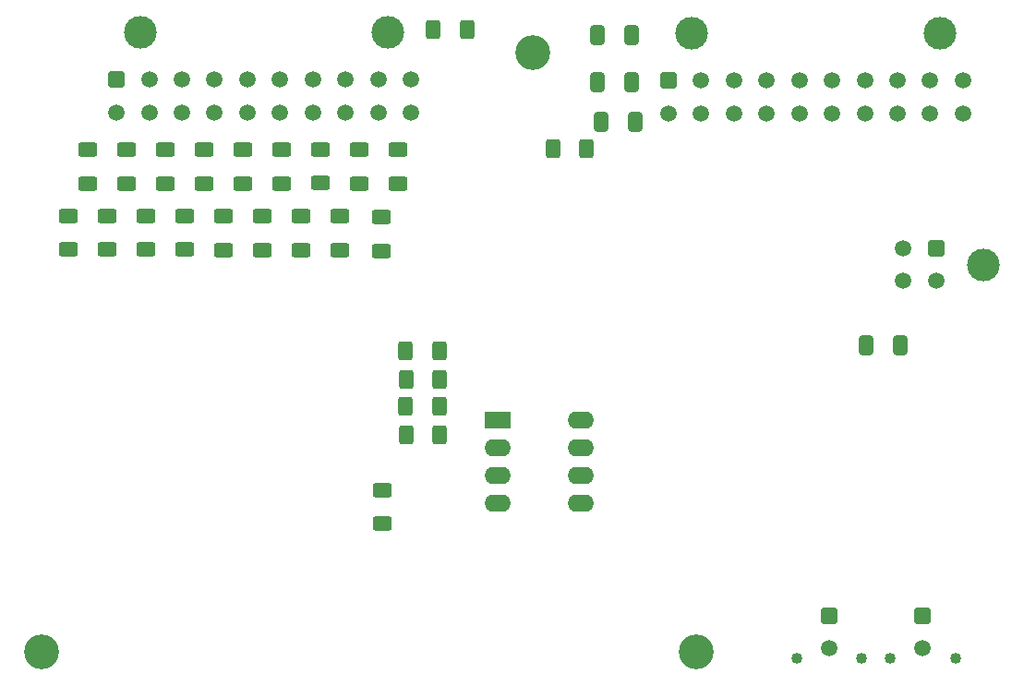
<source format=gbr>
%TF.GenerationSoftware,KiCad,Pcbnew,7.0.8*%
%TF.CreationDate,2024-05-16T20:38:27+02:00*%
%TF.ProjectId,FTCMS_V2,4654434d-535f-4563-922e-6b696361645f,rev?*%
%TF.SameCoordinates,Original*%
%TF.FileFunction,Soldermask,Bot*%
%TF.FilePolarity,Negative*%
%FSLAX46Y46*%
G04 Gerber Fmt 4.6, Leading zero omitted, Abs format (unit mm)*
G04 Created by KiCad (PCBNEW 7.0.8) date 2024-05-16 20:38:27*
%MOMM*%
%LPD*%
G01*
G04 APERTURE LIST*
G04 Aperture macros list*
%AMRoundRect*
0 Rectangle with rounded corners*
0 $1 Rounding radius*
0 $2 $3 $4 $5 $6 $7 $8 $9 X,Y pos of 4 corners*
0 Add a 4 corners polygon primitive as box body*
4,1,4,$2,$3,$4,$5,$6,$7,$8,$9,$2,$3,0*
0 Add four circle primitives for the rounded corners*
1,1,$1+$1,$2,$3*
1,1,$1+$1,$4,$5*
1,1,$1+$1,$6,$7*
1,1,$1+$1,$8,$9*
0 Add four rect primitives between the rounded corners*
20,1,$1+$1,$2,$3,$4,$5,0*
20,1,$1+$1,$4,$5,$6,$7,0*
20,1,$1+$1,$6,$7,$8,$9,0*
20,1,$1+$1,$8,$9,$2,$3,0*%
G04 Aperture macros list end*
%ADD10C,3.200000*%
%ADD11C,3.000000*%
%ADD12RoundRect,0.250001X-0.499999X0.499999X-0.499999X-0.499999X0.499999X-0.499999X0.499999X0.499999X0*%
%ADD13C,1.500000*%
%ADD14R,2.400000X1.600000*%
%ADD15O,2.400000X1.600000*%
%ADD16C,1.020000*%
%ADD17RoundRect,0.250001X-0.499999X-0.499999X0.499999X-0.499999X0.499999X0.499999X-0.499999X0.499999X0*%
%ADD18RoundRect,0.250000X-0.625000X0.400000X-0.625000X-0.400000X0.625000X-0.400000X0.625000X0.400000X0*%
%ADD19RoundRect,0.250000X-0.400000X-0.625000X0.400000X-0.625000X0.400000X0.625000X-0.400000X0.625000X0*%
%ADD20RoundRect,0.250000X0.412500X0.650000X-0.412500X0.650000X-0.412500X-0.650000X0.412500X-0.650000X0*%
%ADD21RoundRect,0.250000X-0.412500X-0.650000X0.412500X-0.650000X0.412500X0.650000X-0.412500X0.650000X0*%
%ADD22RoundRect,0.250000X0.400000X0.625000X-0.400000X0.625000X-0.400000X-0.625000X0.400000X-0.625000X0*%
G04 APERTURE END LIST*
D10*
%TO.C,H2*%
X150000000Y-105000000D03*
%TD*%
%TO.C,H1*%
X105000000Y-160000000D03*
%TD*%
D11*
%TO.C,J4*%
X191312800Y-124460000D03*
D12*
X186992800Y-122960000D03*
D13*
X186992800Y-125960000D03*
X183992800Y-122960000D03*
X183992800Y-125960000D03*
%TD*%
D14*
%TO.C,OP1*%
X146812000Y-138684000D03*
D15*
X146812000Y-141224000D03*
X146812000Y-143764000D03*
X146812000Y-146304000D03*
X154432000Y-146304000D03*
X154432000Y-143764000D03*
X154432000Y-141224000D03*
X154432000Y-138684000D03*
%TD*%
D16*
%TO.C,J6*%
X174190400Y-160566800D03*
X180190400Y-160566800D03*
D17*
X177190400Y-156626800D03*
D13*
X177190400Y-159626800D03*
%TD*%
D10*
%TO.C,H3*%
X165000000Y-160000000D03*
%TD*%
D11*
%TO.C,J2*%
X164618400Y-103274400D03*
X187318400Y-103274400D03*
D17*
X162458400Y-107594400D03*
D13*
X162458400Y-110594400D03*
X165458400Y-107594400D03*
X165458400Y-110594400D03*
X168458400Y-107594400D03*
X168458400Y-110594400D03*
X171458400Y-107594400D03*
X171458400Y-110594400D03*
X174458400Y-107594400D03*
X174458400Y-110594400D03*
X177458400Y-107594400D03*
X177458400Y-110594400D03*
X180458400Y-107594400D03*
X180458400Y-110594400D03*
X183458400Y-107594400D03*
X183458400Y-110594400D03*
X186458400Y-107594400D03*
X186458400Y-110594400D03*
X189458400Y-107594400D03*
X189458400Y-110594400D03*
%TD*%
D16*
%TO.C,J3*%
X182775600Y-160566800D03*
X188775600Y-160566800D03*
D17*
X185775600Y-156626800D03*
D13*
X185775600Y-159626800D03*
%TD*%
D11*
%TO.C,J1*%
X114009000Y-103170000D03*
X136709000Y-103170000D03*
D17*
X111849000Y-107490000D03*
D13*
X111849000Y-110490000D03*
X114849000Y-107490000D03*
X114849000Y-110490000D03*
X117849000Y-107490000D03*
X117849000Y-110490000D03*
X120849000Y-107490000D03*
X120849000Y-110490000D03*
X123849000Y-107490000D03*
X123849000Y-110490000D03*
X126849000Y-107490000D03*
X126849000Y-110490000D03*
X129849000Y-107490000D03*
X129849000Y-110490000D03*
X132849000Y-107490000D03*
X132849000Y-110490000D03*
X135849000Y-107490000D03*
X135849000Y-110490000D03*
X138849000Y-107490000D03*
X138849000Y-110490000D03*
%TD*%
D18*
%TO.C,R18*%
X137668000Y-113919000D03*
X137668000Y-117019000D03*
%TD*%
%TO.C,R17*%
X136144000Y-120116000D03*
X136144000Y-123216000D03*
%TD*%
%TO.C,R3*%
X110998000Y-119963000D03*
X110998000Y-123063000D03*
%TD*%
%TO.C,R4*%
X112776000Y-113919000D03*
X112776000Y-117019000D03*
%TD*%
%TO.C,R10*%
X123444000Y-113919000D03*
X123444000Y-117019000D03*
%TD*%
%TO.C,R14*%
X130556000Y-113893000D03*
X130556000Y-116993000D03*
%TD*%
D19*
%TO.C,R19*%
X140893200Y-102870000D03*
X143993200Y-102870000D03*
%TD*%
D20*
%TO.C,C25*%
X183680500Y-131826000D03*
X180555500Y-131826000D03*
%TD*%
D18*
%TO.C,R15*%
X132334000Y-120015000D03*
X132334000Y-123115000D03*
%TD*%
D21*
%TO.C,C1*%
X156323900Y-111353600D03*
X159448900Y-111353600D03*
%TD*%
D18*
%TO.C,R1*%
X107442000Y-119963000D03*
X107442000Y-123063000D03*
%TD*%
%TO.C,R27*%
X136245600Y-145109600D03*
X136245600Y-148209600D03*
%TD*%
%TO.C,R13*%
X128778000Y-120015000D03*
X128778000Y-123115000D03*
%TD*%
%TO.C,R11*%
X125222000Y-120015000D03*
X125222000Y-123115000D03*
%TD*%
D19*
%TO.C,R25*%
X138379200Y-140055600D03*
X141479200Y-140055600D03*
%TD*%
D22*
%TO.C,R26*%
X141454400Y-137464800D03*
X138354400Y-137464800D03*
%TD*%
D18*
%TO.C,R5*%
X114554000Y-119963000D03*
X114554000Y-123063000D03*
%TD*%
%TO.C,R8*%
X119888000Y-113919000D03*
X119888000Y-117019000D03*
%TD*%
D22*
%TO.C,R23*%
X141428400Y-132334000D03*
X138328400Y-132334000D03*
%TD*%
D21*
%TO.C,C21*%
X155917500Y-103378000D03*
X159042500Y-103378000D03*
%TD*%
D18*
%TO.C,R6*%
X116332000Y-113919000D03*
X116332000Y-117019000D03*
%TD*%
%TO.C,R12*%
X127000000Y-113919000D03*
X127000000Y-117019000D03*
%TD*%
%TO.C,R7*%
X118110000Y-119963000D03*
X118110000Y-123063000D03*
%TD*%
D19*
%TO.C,R20*%
X151866000Y-113792000D03*
X154966000Y-113792000D03*
%TD*%
%TO.C,R32*%
X138379200Y-134975600D03*
X141479200Y-134975600D03*
%TD*%
D18*
%TO.C,R9*%
X121666000Y-120015000D03*
X121666000Y-123115000D03*
%TD*%
%TO.C,R2*%
X109220000Y-113919000D03*
X109220000Y-117019000D03*
%TD*%
D21*
%TO.C,C20*%
X155917500Y-107696000D03*
X159042500Y-107696000D03*
%TD*%
D18*
%TO.C,R16*%
X134112000Y-113919000D03*
X134112000Y-117019000D03*
%TD*%
M02*

</source>
